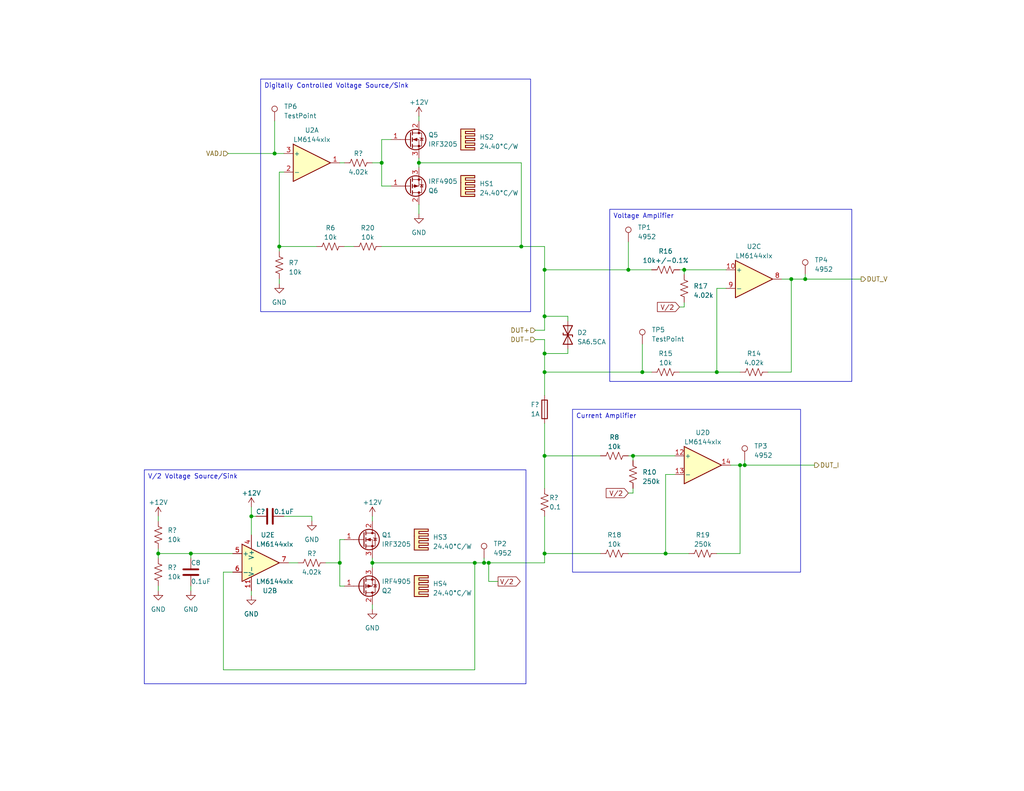
<source format=kicad_sch>
(kicad_sch (version 20230121) (generator eeschema)
  (paper "A")
  (title_block (title "Analog IV Variation") (date "2023-08-05") (rev "2") (comment 1 "Designed by Marek Newton"))
  (lib_symbols
    (symbol "Amplifier_Operational:LM6144xIx" (pin_names (offset 0.127))
      (property "Reference" "U" (at 0 5.08 0))
      (property "Value" "LM6144xIx" (at 0 -5.08 0))
      (symbol "LM6144xIx_1_1"
        (polyline (pts (xy -5.08 5.08) (xy 5.08 0) (xy -5.08 -5.08) (xy -5.08 5.08)) (stroke (width 0.254)) (fill (type background)))
        (pin output line (at 7.62 0 180) (length 2.54) (name "~") (number "1"))
        (pin input line (at -7.62 -2.54 0) (length 2.54) (name "-") (number "2"))
        (pin input line (at -7.62 2.54 0) (length 2.54) (name "+") (number "3"))
      )
      (symbol "LM6144xIx_2_1"
        (polyline (pts (xy -5.08 5.08) (xy 5.08 0) (xy -5.08 -5.08) (xy -5.08 5.08)) (stroke (width 0.254)) (fill (type background)))
        (pin input line (at -7.62 2.54 0) (length 2.54) (name "+") (number "5"))
        (pin input line (at -7.62 -2.54 0) (length 2.54) (name "-") (number "6"))
        (pin output line (at 7.62 0 180) (length 2.54) (name "~") (number "7"))
      )
      (symbol "LM6144xIx_3_1"
        (polyline (pts (xy -5.08 5.08) (xy 5.08 0) (xy -5.08 -5.08) (xy -5.08 5.08)) (stroke (width 0.254)) (fill (type background)))
        (pin input line (at -7.62 2.54 0) (length 2.54) (name "+") (number "10"))
        (pin output line (at 7.62 0 180) (length 2.54) (name "~") (number "8"))
        (pin input line (at -7.62 -2.54 0) (length 2.54) (name "-") (number "9"))
      )
      (symbol "LM6144xIx_4_1"
        (polyline (pts (xy -5.08 5.08) (xy 5.08 0) (xy -5.08 -5.08) (xy -5.08 5.08)) (stroke (width 0.254)) (fill (type background)))
        (pin input line (at -7.62 2.54 0) (length 2.54) (name "+") (number "12"))
        (pin input line (at -7.62 -2.54 0) (length 2.54) (name "-") (number "13"))
        (pin output line (at 7.62 0 180) (length 2.54) (name "~") (number "14"))
      )
      (symbol "LM6144xIx_5_1"
        (pin power_in line (at -2.54 -7.62 90) (length 3.81) (name "V-") (number "11"))
        (pin power_in line (at -2.54 7.62 270) (length 3.81) (name "V+") (number "4"))
      )
    )
    (symbol "Connector:TestPoint" (pin_numbers hide) (pin_names (offset 0.762) hide)
      (property "Reference" "TP" (at 0 6.858 0))
      (property "Value" "TestPoint" (at 0 5.08 0))
      (symbol "TestPoint_0_1"
        (circle (center 0 3.302) (radius 0.762))
      )
      (symbol "TestPoint_1_1"
        (pin passive line (at 0 0 90) (length 2.54) (name "1") (number "1"))
      )
    )
    (symbol "Device:C" (pin_numbers hide) (pin_names (offset 0.254))
      (property "Reference" "C" (at 0.635 2.54 0))
      (property "Value" "C" (at 0.635 -2.54 0))
      (symbol "C_0_1"
        (polyline (pts (xy -2.032 -0.762) (xy 2.032 -0.762)) (stroke (width 0.508)))
        (polyline (pts (xy -2.032 0.762) (xy 2.032 0.762)) (stroke (width 0.508)))
      )
      (symbol "C_1_1"
        (pin passive line (at 0 3.81 270) (length 2.794) (name "~") (number "1"))
        (pin passive line (at 0 -3.81 90) (length 2.794) (name "~") (number "2"))
      )
    )
    (symbol "Device:D_TVS" (pin_numbers hide) (pin_names (offset 1.016) hide)
      (property "Reference" "D" (at 0 2.54 0))
      (property "Value" "D_TVS" (at 0 -2.54 0))
      (symbol "D_TVS_0_1"
        (polyline (pts (xy 1.27 0) (xy -1.27 0)))
        (polyline (pts (xy 0.508 1.27) (xy 0 1.27) (xy 0 -1.27) (xy -0.508 -1.27)) (stroke (width 0.254)))
        (polyline (pts (xy -2.54 1.27) (xy -2.54 -1.27) (xy 2.54 1.27) (xy 2.54 -1.27) (xy -2.54 1.27)) (stroke (width 0.254)))
      )
      (symbol "D_TVS_1_1"
        (pin passive line (at -3.81 0 0) (length 2.54) (name "A1") (number "1"))
        (pin passive line (at 3.81 0 180) (length 2.54) (name "A2") (number "2"))
      )
    )
    (symbol "Device:Fuse" (pin_numbers hide) (pin_names (offset 0))
      (property "Reference" "F" (at 2.032 0 90))
      (property "Value" "Fuse" (at -1.905 0 90))
      (symbol "Fuse_0_1"
        (rectangle (start -0.762 -2.54) (end 0.762 2.54) (stroke (width 0.254)))
        (polyline (pts (xy 0 2.54) (xy 0 -2.54)))
      )
      (symbol "Fuse_1_1"
        (pin passive line (at 0 3.81 270) (length 1.27) (name "~") (number "1"))
        (pin passive line (at 0 -3.81 90) (length 1.27) (name "~") (number "2"))
      )
    )
    (symbol "Device:R_US" (pin_numbers hide) (pin_names (offset 0))
      (property "Reference" "R" (at 2.54 0 90))
      (property "Value" "R_US" (at -2.54 0 90))
      (symbol "R_US_0_1"
        (polyline (pts (xy 0 -2.286) (xy 0 -2.54)))
        (polyline (pts (xy 0 2.286) (xy 0 2.54)))
        (polyline (pts (xy 0 -0.762) (xy 1.016 -1.143) (xy 0 -1.524) (xy -1.016 -1.905) (xy 0 -2.286)))
        (polyline (pts (xy 0 0.762) (xy 1.016 0.381) (xy 0 0) (xy -1.016 -0.381) (xy 0 -0.762)))
        (polyline (pts (xy 0 2.286) (xy 1.016 1.905) (xy 0 1.524) (xy -1.016 1.143) (xy 0 0.762)))
      )
      (symbol "R_US_1_1"
        (pin passive line (at 0 3.81 270) (length 1.27) (name "~") (number "1"))
        (pin passive line (at 0 -3.81 90) (length 1.27) (name "~") (number "2"))
      )
    )
    (symbol "Mechanical:Heatsink" (pin_names (offset 1.016))
      (property "Reference" "HS" (at 0 5.08 0))
      (property "Value" "Heatsink" (at 0 -1.27 0))
      (symbol "Heatsink_0_1"
        (polyline (pts (xy -0.3302 1.27) (xy -0.9652 1.27) (xy -0.9652 3.81) (xy -1.6002 3.81) (xy -1.6002 1.27) (xy -2.2352 1.27) (xy -2.2352 3.81) (xy -2.8702 3.81) (xy -2.8702 0) (xy -0.9652 0)) (stroke (width 0.254)) (fill (type background)))
        (polyline (pts (xy -0.3302 1.27) (xy -0.3302 3.81) (xy 0.3048 3.81) (xy 0.3048 1.27) (xy 0.9398 1.27) (xy 0.9398 3.81) (xy 1.5748 3.81) (xy 1.5748 1.27) (xy 2.2098 1.27) (xy 2.2098 3.81) (xy 2.8448 3.81) (xy 2.8448 0) (xy -0.9652 0)) (stroke (width 0.254)) (fill (type background)))
      )
    )
    (symbol "Transistor_FET:IRF3205" (pin_names hide)
      (property "Reference" "Q" (at 6.35 1.905 0))
      (property "Value" "IRF3205" (at 6.35 0 0))
      (symbol "IRF3205_0_1"
        (polyline (pts (xy 0.254 0) (xy -2.54 0)))
        (polyline (pts (xy 0.254 1.905) (xy 0.254 -1.905)) (stroke (width 0.254)))
        (polyline (pts (xy 0.762 -1.27) (xy 0.762 -2.286)) (stroke (width 0.254)))
        (polyline (pts (xy 0.762 0.508) (xy 0.762 -0.508)) (stroke (width 0.254)))
        (polyline (pts (xy 0.762 2.286) (xy 0.762 1.27)) (stroke (width 0.254)))
        (polyline (pts (xy 2.54 2.54) (xy 2.54 1.778)))
        (polyline (pts (xy 2.54 -2.54) (xy 2.54 0) (xy 0.762 0)))
        (polyline (pts (xy 0.762 -1.778) (xy 3.302 -1.778) (xy 3.302 1.778) (xy 0.762 1.778)))
        (polyline (pts (xy 1.016 0) (xy 2.032 0.381) (xy 2.032 -0.381) (xy 1.016 0)) (fill (type outline)))
        (polyline (pts (xy 2.794 0.508) (xy 2.921 0.381) (xy 3.683 0.381) (xy 3.81 0.254)))
        (polyline (pts (xy 3.302 0.381) (xy 2.921 -0.254) (xy 3.683 -0.254) (xy 3.302 0.381)))
        (circle (center 1.651 0) (radius 2.794) (stroke (width 0.254)))
        (circle (center 2.54 -1.778) (radius 0.254) (fill (type outline)))
        (circle (center 2.54 1.778) (radius 0.254) (fill (type outline)))
      )
      (symbol "IRF3205_1_1"
        (pin input line (at -5.08 0 0) (length 2.54) (name "G") (number "1"))
        (pin passive line (at 2.54 5.08 270) (length 2.54) (name "D") (number "2"))
        (pin passive line (at 2.54 -5.08 90) (length 2.54) (name "S") (number "3"))
      )
    )
    (symbol "Transistor_FET:IRF4905" (pin_names hide)
      (property "Reference" "Q" (at 5.08 1.905 0))
      (property "Value" "IRF4905" (at 5.08 0 0))
      (symbol "IRF4905_0_1"
        (polyline (pts (xy 0.254 0) (xy -2.54 0)))
        (polyline (pts (xy 0.254 1.905) (xy 0.254 -1.905)) (stroke (width 0.254)))
        (polyline (pts (xy 0.762 -1.27) (xy 0.762 -2.286)) (stroke (width 0.254)))
        (polyline (pts (xy 0.762 0.508) (xy 0.762 -0.508)) (stroke (width 0.254)))
        (polyline (pts (xy 0.762 2.286) (xy 0.762 1.27)) (stroke (width 0.254)))
        (polyline (pts (xy 2.54 2.54) (xy 2.54 1.778)))
        (polyline (pts (xy 2.54 -2.54) (xy 2.54 0) (xy 0.762 0)))
        (polyline (pts (xy 0.762 1.778) (xy 3.302 1.778) (xy 3.302 -1.778) (xy 0.762 -1.778)))
        (polyline (pts (xy 2.286 0) (xy 1.27 0.381) (xy 1.27 -0.381) (xy 2.286 0)) (fill (type outline)))
        (polyline (pts (xy 2.794 -0.508) (xy 2.921 -0.381) (xy 3.683 -0.381) (xy 3.81 -0.254)))
        (polyline (pts (xy 3.302 -0.381) (xy 2.921 0.254) (xy 3.683 0.254) (xy 3.302 -0.381)))
        (circle (center 1.651 0) (radius 2.794) (stroke (width 0.254)))
        (circle (center 2.54 -1.778) (radius 0.254) (fill (type outline)))
        (circle (center 2.54 1.778) (radius 0.254) (fill (type outline)))
      )
      (symbol "IRF4905_1_1"
        (pin input line (at -5.08 0 0) (length 2.54) (name "G") (number "1"))
        (pin passive line (at 2.54 5.08 270) (length 2.54) (name "D") (number "2"))
        (pin passive line (at 2.54 -5.08 90) (length 2.54) (name "S") (number "3"))
      )
    )
    (symbol "power:+12V" (power) (pin_names (offset 0))
      (property "Value" "+12V" (at 0 3.556 0))
      (symbol "+12V_0_1"
        (polyline (pts (xy -0.762 1.27) (xy 0 2.54)))
        (polyline (pts (xy 0 0) (xy 0 2.54)))
        (polyline (pts (xy 0 2.54) (xy 0.762 1.27)))
      )
      (symbol "+12V_1_1"
        (pin power_in line (at 0 0 90) (length 0) hide (name "+12V") (number "1"))
      )
    )
    (symbol "power:GND" (power) (pin_names (offset 0))
      (property "Value" "GND" (at 0 -3.81 0))
      (symbol "GND_0_1"
        (polyline (pts (xy 0 0) (xy 0 -1.27) (xy 1.27 -1.27) (xy 0 -2.54) (xy -1.27 -1.27) (xy 0 -1.27)))
      )
      (symbol "GND_1_1"
        (pin power_in line (at 0 0 270) (length 0) hide (name "GND") (number "1"))
      )
    )
  )
  (junction (at 181.61 151.13))
  (junction (at 172.72 124.46))
  (junction (at 148.59 151.13))
  (junction (at 114.3 44.45))
  (junction (at 104.14 44.45))
  (junction (at 148.59 73.66))
  (junction (at 74.93 41.91))
  (junction (at 171.45 73.66))
  (junction (at 148.59 101.6))
  (junction (at 133.35 153.67))
  (junction (at 219.71 76.2))
  (junction (at 195.58 101.6))
  (junction (at 52.07 151.13))
  (junction (at 129.54 153.67))
  (junction (at 68.58 140.97))
  (junction (at 101.6 153.67))
  (junction (at 215.9 76.2))
  (junction (at 148.59 86.36))
  (junction (at 148.59 96.52))
  (junction (at 203.2 127))
  (junction (at 201.93 127))
  (junction (at 76.2 67.31))
  (junction (at 43.18 151.13))
  (junction (at 142.24 67.31))
  (junction (at 132.08 153.67))
  (junction (at 148.59 124.46))
  (junction (at 186.69 73.66))
  (junction (at 175.26 101.6))
  (junction (at 92.71 153.67))
  (wire (pts (xy 203.2 125.73) (xy 203.2 127)))
  (wire (pts (xy 146.05 90.17) (xy 148.59 90.17)))
  (wire (pts (xy 184.15 129.54) (xy 181.61 129.54)))
  (wire (pts (xy 68.58 161.29) (xy 68.58 162.56)))
  (wire (pts (xy 148.59 101.6) (xy 175.26 101.6)))
  (wire (pts (xy 181.61 129.54) (xy 181.61 151.13)))
  (wire (pts (xy 93.98 67.31) (xy 96.52 67.31)))
  (wire (pts (xy 185.42 101.6) (xy 195.58 101.6)))
  (wire (pts (xy 142.24 67.31) (xy 148.59 67.31)))
  (wire (pts (xy 43.18 140.97) (xy 43.18 142.24)))
  (wire (pts (xy 76.2 46.99) (xy 76.2 67.31)))
  (wire (pts (xy 101.6 153.67) (xy 129.54 153.67)))
  (wire (pts (xy 148.59 86.36) (xy 148.59 90.17)))
  (wire (pts (xy 181.61 151.13) (xy 187.96 151.13)))
  (wire (pts (xy 114.3 55.88) (xy 114.3 58.42)))
  (wire (pts (xy 201.93 127) (xy 203.2 127)))
  (wire (pts (xy 171.45 151.13) (xy 181.61 151.13)))
  (wire (pts (xy 76.2 76.2) (xy 76.2 77.47)))
  (wire (pts (xy 129.54 153.67) (xy 129.54 182.88)))
  (wire (pts (xy 215.9 76.2) (xy 219.71 76.2)))
  (wire (pts (xy 43.18 160.02) (xy 43.18 161.29)))
  (wire (pts (xy 148.59 101.6) (xy 148.59 107.95)))
  (wire (pts (xy 114.3 44.45) (xy 114.3 45.72)))
  (wire (pts (xy 148.59 86.36) (xy 154.94 86.36)))
  (wire (pts (xy 219.71 76.2) (xy 234.95 76.2)))
  (wire (pts (xy 171.45 73.66) (xy 177.8 73.66)))
  (wire (pts (xy 92.71 147.32) (xy 93.98 147.32)))
  (wire (pts (xy 175.26 101.6) (xy 177.8 101.6)))
  (wire (pts (xy 104.14 38.1) (xy 104.14 44.45)))
  (wire (pts (xy 186.69 73.66) (xy 186.69 74.93)))
  (wire (pts (xy 148.59 92.71) (xy 148.59 96.52)))
  (wire (pts (xy 133.35 153.67) (xy 148.59 153.67)))
  (wire (pts (xy 62.23 41.91) (xy 74.93 41.91)))
  (wire (pts (xy 101.6 165.1) (xy 101.6 166.37)))
  (wire (pts (xy 198.12 78.74) (xy 195.58 78.74)))
  (wire (pts (xy 222.25 127) (xy 203.2 127)))
  (wire (pts (xy 129.54 153.67) (xy 132.08 153.67)))
  (wire (pts (xy 148.59 140.97) (xy 148.59 151.13)))
  (wire (pts (xy 215.9 101.6) (xy 215.9 76.2)))
  (wire (pts (xy 68.58 140.97) (xy 68.58 146.05)))
  (wire (pts (xy 60.96 182.88) (xy 129.54 182.88)))
  (wire (pts (xy 148.59 73.66) (xy 171.45 73.66)))
  (wire (pts (xy 101.6 44.45) (xy 104.14 44.45)))
  (wire (pts (xy 171.45 124.46) (xy 172.72 124.46)))
  (wire (pts (xy 104.14 67.31) (xy 142.24 67.31)))
  (wire (pts (xy 93.98 160.02) (xy 92.71 160.02)))
  (wire (pts (xy 201.93 127) (xy 201.93 151.13)))
  (wire (pts (xy 92.71 153.67) (xy 92.71 160.02)))
  (wire (pts (xy 209.55 101.6) (xy 215.9 101.6)))
  (wire (pts (xy 154.94 95.25) (xy 154.94 96.52)))
  (wire (pts (xy 68.58 138.43) (xy 68.58 140.97)))
  (wire (pts (xy 101.6 153.67) (xy 101.6 154.94)))
  (wire (pts (xy 85.09 142.24) (xy 85.09 140.97)))
  (wire (pts (xy 199.39 127) (xy 201.93 127)))
  (wire (pts (xy 185.42 73.66) (xy 186.69 73.66)))
  (wire (pts (xy 195.58 151.13) (xy 201.93 151.13)))
  (wire (pts (xy 185.42 83.82) (xy 186.69 83.82)))
  (wire (pts (xy 215.9 76.2) (xy 213.36 76.2)))
  (wire (pts (xy 76.2 67.31) (xy 86.36 67.31)))
  (wire (pts (xy 171.45 134.62) (xy 172.72 134.62)))
  (wire (pts (xy 219.71 74.93) (xy 219.71 76.2)))
  (wire (pts (xy 148.59 96.52) (xy 154.94 96.52)))
  (wire (pts (xy 60.96 156.21) (xy 60.96 182.88)))
  (wire (pts (xy 101.6 140.97) (xy 101.6 142.24)))
  (wire (pts (xy 92.71 44.45) (xy 93.98 44.45)))
  (wire (pts (xy 63.5 156.21) (xy 60.96 156.21)))
  (wire (pts (xy 114.3 44.45) (xy 142.24 44.45)))
  (wire (pts (xy 148.59 124.46) (xy 148.59 133.35)))
  (wire (pts (xy 148.59 151.13) (xy 163.83 151.13)))
  (wire (pts (xy 78.74 153.67) (xy 81.28 153.67)))
  (wire (pts (xy 114.3 43.18) (xy 114.3 44.45)))
  (wire (pts (xy 148.59 73.66) (xy 148.59 86.36)))
  (wire (pts (xy 74.93 41.91) (xy 77.47 41.91)))
  (wire (pts (xy 148.59 115.57) (xy 148.59 124.46)))
  (wire (pts (xy 85.09 140.97) (xy 77.47 140.97)))
  (wire (pts (xy 43.18 151.13) (xy 43.18 152.4)))
  (wire (pts (xy 195.58 101.6) (xy 201.93 101.6)))
  (wire (pts (xy 114.3 31.75) (xy 114.3 33.02)))
  (wire (pts (xy 88.9 153.67) (xy 92.71 153.67)))
  (wire (pts (xy 186.69 73.66) (xy 198.12 73.66)))
  (wire (pts (xy 52.07 160.02) (xy 52.07 161.29)))
  (wire (pts (xy 52.07 151.13) (xy 52.07 152.4)))
  (wire (pts (xy 146.05 92.71) (xy 148.59 92.71)))
  (wire (pts (xy 104.14 38.1) (xy 106.68 38.1)))
  (wire (pts (xy 142.24 44.45) (xy 142.24 67.31)))
  (wire (pts (xy 172.72 124.46) (xy 184.15 124.46)))
  (wire (pts (xy 43.18 149.86) (xy 43.18 151.13)))
  (wire (pts (xy 148.59 96.52) (xy 148.59 101.6)))
  (wire (pts (xy 133.35 158.75) (xy 133.35 153.67)))
  (wire (pts (xy 172.72 133.35) (xy 172.72 134.62)))
  (wire (pts (xy 76.2 46.99) (xy 77.47 46.99)))
  (wire (pts (xy 52.07 151.13) (xy 63.5 151.13)))
  (wire (pts (xy 148.59 67.31) (xy 148.59 73.66)))
  (wire (pts (xy 186.69 82.55) (xy 186.69 83.82)))
  (wire (pts (xy 195.58 78.74) (xy 195.58 101.6)))
  (wire (pts (xy 74.93 33.02) (xy 74.93 41.91)))
  (wire (pts (xy 172.72 124.46) (xy 172.72 125.73)))
  (wire (pts (xy 92.71 147.32) (xy 92.71 153.67)))
  (wire (pts (xy 148.59 153.67) (xy 148.59 151.13)))
  (wire (pts (xy 104.14 44.45) (xy 104.14 50.8)))
  (wire (pts (xy 43.18 151.13) (xy 52.07 151.13)))
  (wire (pts (xy 69.85 140.97) (xy 68.58 140.97)))
  (wire (pts (xy 76.2 67.31) (xy 76.2 68.58)))
  (wire (pts (xy 106.68 50.8) (xy 104.14 50.8)))
  (wire (pts (xy 163.83 124.46) (xy 148.59 124.46)))
  (wire (pts (xy 132.08 152.4) (xy 132.08 153.67)))
  (wire (pts (xy 175.26 93.98) (xy 175.26 101.6)))
  (wire (pts (xy 135.89 158.75) (xy 133.35 158.75)))
  (wire (pts (xy 133.35 153.67) (xy 132.08 153.67)))
  (wire (pts (xy 154.94 87.63) (xy 154.94 86.36)))
  (wire (pts (xy 101.6 152.4) (xy 101.6 153.67)))
  (wire (pts (xy 171.45 66.04) (xy 171.45 73.66)))
  (text_box "Voltage Amplifier" (at 166.37 57.15 0) (size 66.04 46.99) (effects (font (size 1.27 1.27)) (justify left top)))
  (text_box "Digitally Controlled Voltage Source/Sink" (at 71.12 21.59 0) (size 73.66 63.5) (effects (font (size 1.27 1.27)) (justify left top)))
  (text_box "V/2 Voltage Source/Sink" (at 39.37 128.27 0) (size 104.14 58.42) (effects (font (size 1.27 1.27)) (justify left top)))
  (text_box "Current Amplifier" (at 156.21 111.76 0) (size 62.23 44.45) (effects (font (size 1.27 1.27)) (justify left top)))
  (global_label "V{slash}2" (shape input) (at 171.45 134.62 180) (property "Intersheetrefs" "${INTERSHEET_REFS}" (effects hide)))
  (global_label "V{slash}2" (shape input) (at 185.42 83.82 180) (property "Intersheetrefs" "${INTERSHEET_REFS}" (effects hide)))
  (global_label "V{slash}2" (shape output) (at 135.89 158.75 0) (property "Intersheetrefs" "${INTERSHEET_REFS}" (effects hide)))
  (hierarchical_label "VADJ" (shape input) (at 62.23 41.91 180))
  (hierarchical_label "DUT-" (shape input) (at 146.05 92.71 180))
  (hierarchical_label "DUT+" (shape input) (at 146.05 90.17 180))
  (hierarchical_label "DUT_I" (shape output) (at 222.25 127 0))
  (hierarchical_label "DUT_V" (shape output) (at 234.95 76.2 0))
  (symbol (lib_id "power:GND") (at 52.07 161.29 0) (mirror y) (unit 1)
    (property "Reference" "#PWR?" (effects hide))
    (property "Value" "GND" (at 52.07 166.37 0))
    (instances (project "USB_curve_tracer" (path "" (reference "#PWR?") (unit 1)) (path "" (reference "#PWR037") (unit 1))))
  )
  (symbol (lib_id "Device:R_US") (at 172.72 129.54 0) (unit 1)
    (property "Reference" "R10" (at 175.26 128.905 0) (effects (justify left)))
    (property "Value" "250k" (at 175.26 131.445 0) (effects (justify left)))
    (property "Footprint" "Resistor_THT:R_Axial_DIN0207_L6.3mm_D2.5mm_P7.62mm_Horizontal" (effects hide))
  )
  (symbol (lib_id "Amplifier_Operational:LM6144xIx") (at 191.77 127 0) (unit 4)
    (property "Reference" "U2" (at 191.77 118.11 0))
    (property "Value" "LM6144xIx" (at 191.77 120.65 0))
    (property "Footprint" "Package_DIP:DIP-14_W7.62mm" (effects hide))
    (property "Datasheet" "https://www.ti.com/lit/ds/symlink/lm6142.pdf" (effects hide))
  )
  (symbol (lib_id "Device:C") (at 52.07 156.21 0) (unit 1)
    (property "Reference" "C8" (at 52.07 153.67 0) (effects (justify left)))
    (property "Value" "0.1uF" (at 52.07 158.75 0) (effects (justify left)))
    (property "Footprint" "Capacitor_THT:C_Disc_D6.0mm_W2.5mm_P5.00mm" (effects hide))
  )
  (symbol (lib_id "Mechanical:Heatsink") (at 125.73 50.8 270) (unit 1) (on_board no)
    (property "Reference" "HS1" (at 130.81 50.1523 90) (effects (justify left)))
    (property "Value" "24.40°C/W" (at 130.81 52.6923 90) (effects (justify left)))
  )
  (symbol (lib_id "Amplifier_Operational:LM6144xIx") (at 85.09 44.45 0) (unit 1)
    (property "Reference" "U2" (at 85.09 35.56 0))
    (property "Value" "LM6144xIx" (at 85.09 38.1 0))
    (property "Footprint" "Package_DIP:DIP-14_W7.62mm" (effects hide))
    (property "Datasheet" "https://www.ti.com/lit/ds/symlink/lm6142.pdf" (effects hide))
  )
  (symbol (lib_id "Amplifier_Operational:LM6144xIx") (at 71.12 153.67 0) (unit 5)
    (property "Reference" "U2" (at 71.12 146.05 0) (effects (justify left)))
    (property "Value" "LM6144xIx" (at 69.85 148.59 0) (effects (justify left)))
    (property "Footprint" "Package_DIP:DIP-14_W7.62mm" (effects hide))
    (property "Datasheet" "https://www.ti.com/lit/ds/symlink/lm6142.pdf" (effects hide))
  )
  (symbol (lib_id "Device:Fuse") (at 148.59 111.76 0) (unit 1)
    (property "Reference" "F?" (at 144.78 110.49 0) (effects (justify left)))
    (property "Value" "1A" (at 144.78 113.03 0) (effects (justify left)))
    (property "Footprint" "Fuse:Fuse_1206_3216Metric_Pad1.42x1.75mm_HandSolder" (effects hide))
    (instances (project "USB_curve_tracer" (path "" (reference "F?") (unit 1)) (path "" (reference "F2") (unit 1))))
  )
  (symbol (lib_id "Connector:TestPoint") (at 171.45 66.04 0) (unit 1)
    (property "Reference" "TP1" (at 173.99 62.103 0) (effects (justify left)))
    (property "Value" "4952" (at 173.99 64.643 0) (effects (justify left)))
    (property "Footprint" "TestPoint:TestPoint_THTPad_D2.5mm_Drill1.2mm" (effects hide))
  )
  (symbol (lib_id "Device:R_US") (at 90.17 67.31 90) (unit 1)
    (property "Reference" "R6" (at 90.17 62.23 90))
    (property "Value" "10k" (at 90.17 64.77 90))
    (property "Footprint" "Resistor_THT:R_Axial_DIN0207_L6.3mm_D2.5mm_P7.62mm_Horizontal" (effects hide))
  )
  (symbol (lib_id "power:+12V") (at 68.58 138.43 0) (unit 1)
    (property "Reference" "#PWR018" (effects hide))
    (property "Value" "+12V" (at 68.58 134.62 0))
  )
  (symbol (lib_id "Transistor_FET:IRF4905") (at 111.76 50.8 0) (mirror x) (unit 1)
    (property "Reference" "Q6" (at 116.84 52.07 0) (effects (justify left)))
    (property "Value" "IRF4905" (at 116.84 49.53 0) (effects (justify left)))
    (property "Footprint" "Package_TO_SOT_THT:TO-220-3_Vertical" (effects hide))
    (property "Datasheet" "http://www.infineon.com/dgdl/irf4905.pdf?fileId=5546d462533600a4015355e32165197c" (effects hide))
  )
  (symbol (lib_id "Device:R_US") (at 167.64 124.46 90) (unit 1)
    (property "Reference" "R8" (at 167.64 119.38 90))
    (property "Value" "10k" (at 167.64 121.92 90))
    (property "Footprint" "Resistor_THT:R_Axial_DIN0207_L6.3mm_D2.5mm_P7.62mm_Horizontal" (effects hide))
  )
  (symbol (lib_id "power:GND") (at 68.58 162.56 0) (mirror y) (unit 1)
    (property "Reference" "#PWR?" (effects hide))
    (property "Value" "GND" (at 68.58 167.64 0))
    (instances (project "USB_curve_tracer" (path "" (reference "#PWR?") (unit 1)) (path "" (reference "#PWR020") (unit 1))))
  )
  (symbol (lib_id "Device:R_US") (at 43.18 146.05 0) (unit 1)
    (property "Reference" "R?" (at 45.72 144.7799 0) (effects (justify left)))
    (property "Value" "10k" (at 45.72 147.3199 0) (effects (justify left)))
    (property "Footprint" "Resistor_THT:R_Axial_DIN0207_L6.3mm_D2.5mm_P7.62mm_Horizontal" (effects hide))
    (instances (project "USB_curve_tracer" (path "" (reference "R?") (unit 1)) (path "" (reference "R2") (unit 1))))
  )
  (symbol (lib_id "Device:R_US") (at 181.61 101.6 90) (unit 1)
    (property "Reference" "R15" (at 181.61 96.52 90))
    (property "Value" "10k" (at 181.61 99.06 90))
    (property "Footprint" "Resistor_THT:R_Axial_DIN0207_L6.3mm_D2.5mm_P7.62mm_Horizontal" (effects hide))
  )
  (symbol (lib_id "Device:R_US") (at 43.18 156.21 0) (unit 1)
    (property "Reference" "R?" (at 45.72 154.9399 0) (effects (justify left)))
    (property "Value" "10k" (at 45.72 157.4799 0) (effects (justify left)))
    (property "Footprint" "Resistor_THT:R_Axial_DIN0207_L6.3mm_D2.5mm_P7.62mm_Horizontal" (effects hide))
    (instances (project "USB_curve_tracer" (path "" (reference "R?") (unit 1)) (path "" (reference "R3") (unit 1))))
  )
  (symbol (lib_id "Transistor_FET:IRF4905") (at 99.06 160.02 0) (mirror x) (unit 1)
    (property "Reference" "Q2" (at 104.14 161.29 0) (effects (justify left)))
    (property "Value" "IRF4905" (at 104.14 158.75 0) (effects (justify left)))
    (property "Footprint" "Package_TO_SOT_THT:TO-220-3_Vertical" (effects hide))
    (property "Datasheet" "http://www.infineon.com/dgdl/irf4905.pdf?fileId=5546d462533600a4015355e32165197c" (effects hide))
  )
  (symbol (lib_id "Device:R_US") (at 97.79 44.45 90) (unit 1)
    (property "Reference" "R?" (at 97.79 41.91 90))
    (property "Value" "4.02k" (at 97.79 46.99 90))
    (property "Footprint" "Resistor_THT:R_Axial_DIN0207_L6.3mm_D2.5mm_P7.62mm_Horizontal" (effects hide))
    (instances (project "USB_curve_tracer" (path "" (reference "R?") (unit 1)) (path "" (reference "R9") (unit 1))))
  )
  (symbol (lib_id "Amplifier_Operational:LM6144xIx") (at 71.12 153.67 0) (unit 2)
    (property "Reference" "U2" (at 73.66 161.29 0))
    (property "Value" "LM6144xIx" (at 74.93 158.75 0))
    (property "Footprint" "Package_DIP:DIP-14_W7.62mm" (effects hide))
    (property "Datasheet" "https://www.ti.com/lit/ds/symlink/lm6142.pdf" (effects hide))
  )
  (symbol (lib_id "Transistor_FET:IRF3205") (at 111.76 38.1 0) (unit 1)
    (property "Reference" "Q5" (at 116.84 36.83 0) (effects (justify left)))
    (property "Value" "IRF3205" (at 116.84 39.37 0) (effects (justify left)))
    (property "Footprint" "Package_TO_SOT_THT:TO-220-3_Vertical" (effects hide))
    (property "Datasheet" "http://www.irf.com/product-info/datasheets/data/irf3205.pdf" (effects hide))
  )
  (symbol (lib_id "power:GND") (at 43.18 161.29 0) (mirror y) (unit 1)
    (property "Reference" "#PWR?" (effects hide))
    (property "Value" "GND" (at 43.18 166.37 0))
    (instances (project "USB_curve_tracer" (path "" (reference "#PWR?") (unit 1)) (path "" (reference "#PWR04") (unit 1))))
  )
  (symbol (lib_id "power:GND") (at 76.2 77.47 0) (mirror y) (unit 1)
    (property "Reference" "#PWR?" (effects hide))
    (property "Value" "GND" (at 76.2 82.55 0))
    (instances (project "USB_curve_tracer" (path "" (reference "#PWR?") (unit 1)) (path "" (reference "#PWR015") (unit 1))))
  )
  (symbol (lib_id "Device:R_US") (at 167.64 151.13 90) (unit 1)
    (property "Reference" "R18" (at 167.64 146.05 90))
    (property "Value" "10k" (at 167.64 148.59 90))
    (property "Footprint" "Resistor_THT:R_Axial_DIN0207_L6.3mm_D2.5mm_P7.62mm_Horizontal" (effects hide))
  )
  (symbol (lib_id "Device:R_US") (at 148.59 137.16 0) (unit 1)
    (property "Reference" "R?" (at 149.86 135.8899 0) (effects (justify left)))
    (property "Value" "0.1" (at 149.86 138.4299 0) (effects (justify left)))
    (property "Footprint" "Resistor_THT:R_Axial_DIN0207_L6.3mm_D2.5mm_P7.62mm_Horizontal" (effects hide))
    (instances (project "USB_curve_tracer" (path "" (reference "R?") (unit 1)) (path "" (reference "R13") (unit 1))))
  )
  (symbol (lib_id "Device:R_US") (at 85.09 153.67 90) (unit 1)
    (property "Reference" "R?" (at 85.09 151.13 90))
    (property "Value" "4.02k" (at 85.09 156.21 90))
    (property "Footprint" "Resistor_THT:R_Axial_DIN0207_L6.3mm_D2.5mm_P7.62mm_Horizontal" (effects hide))
    (instances (project "USB_curve_tracer" (path "" (reference "R?") (unit 1)) (path "" (reference "R4") (unit 1))))
  )
  (symbol (lib_id "Connector:TestPoint") (at 203.2 125.73 0) (unit 1)
    (property "Reference" "TP3" (at 205.74 121.793 0) (effects (justify left)))
    (property "Value" "4952" (at 205.74 124.333 0) (effects (justify left)))
    (property "Footprint" "TestPoint:TestPoint_THTPad_D2.5mm_Drill1.2mm" (effects hide))
  )
  (symbol (lib_id "power:GND") (at 85.09 142.24 0) (mirror y) (unit 1)
    (property "Reference" "#PWR?" (effects hide))
    (property "Value" "GND" (at 85.09 147.32 0))
    (instances (project "USB_curve_tracer" (path "" (reference "#PWR?") (unit 1)) (path "" (reference "#PWR022") (unit 1))))
  )
  (symbol (lib_id "Amplifier_Operational:LM6144xIx") (at 205.74 76.2 0) (unit 3)
    (property "Reference" "U2" (at 205.74 67.31 0))
    (property "Value" "LM6144xIx" (at 205.74 69.85 0))
    (property "Footprint" "Package_DIP:DIP-14_W7.62mm" (effects hide))
    (property "Datasheet" "https://www.ti.com/lit/ds/symlink/lm6142.pdf" (effects hide))
  )
  (symbol (lib_id "Device:R_US") (at 205.74 101.6 90) (unit 1)
    (property "Reference" "R14" (at 205.74 96.52 90))
    (property "Value" "4.02k" (at 205.74 99.06 90))
    (property "Footprint" "Resistor_THT:R_Axial_DIN0207_L6.3mm_D2.5mm_P7.62mm_Horizontal" (effects hide))
  )
  (symbol (lib_id "Device:R_US") (at 191.77 151.13 90) (unit 1)
    (property "Reference" "R19" (at 191.77 146.05 90))
    (property "Value" "250k" (at 191.77 148.59 90))
    (property "Footprint" "Resistor_THT:R_Axial_DIN0207_L6.3mm_D2.5mm_P7.62mm_Horizontal" (effects hide))
  )
  (symbol (lib_id "Device:R_US") (at 181.61 73.66 90) (unit 1)
    (property "Reference" "R16" (at 181.61 68.58 90))
    (property "Value" "10k+/-0.1%" (at 181.61 71.12 90))
    (property "Footprint" "Resistor_THT:R_Axial_DIN0207_L6.3mm_D2.5mm_P7.62mm_Horizontal" (effects hide))
  )
  (symbol (lib_id "power:+12V") (at 114.3 31.75 0) (unit 1)
    (property "Reference" "#PWR019" (effects hide))
    (property "Value" "+12V" (at 114.3 27.94 0))
  )
  (symbol (lib_id "Connector:TestPoint") (at 74.93 33.02 0) (unit 1)
    (property "Reference" "TP6" (at 77.47 29.083 0) (effects (justify left)))
    (property "Value" "TestPoint" (at 77.47 31.623 0) (effects (justify left)))
    (property "Footprint" "TestPoint:TestPoint_THTPad_D2.5mm_Drill1.2mm" (effects hide))
  )
  (symbol (lib_id "Connector:TestPoint") (at 219.71 74.93 0) (unit 1)
    (property "Reference" "TP4" (at 222.25 70.993 0) (effects (justify left)))
    (property "Value" "4952" (at 222.25 73.533 0) (effects (justify left)))
    (property "Footprint" "TestPoint:TestPoint_THTPad_D2.5mm_Drill1.2mm" (effects hide))
  )
  (symbol (lib_id "Connector:TestPoint") (at 175.26 93.98 0) (unit 1)
    (property "Reference" "TP5" (at 177.8 90.043 0) (effects (justify left)))
    (property "Value" "TestPoint" (at 177.8 92.583 0) (effects (justify left)))
    (property "Footprint" "TestPoint:TestPoint_THTPad_D2.5mm_Drill1.2mm" (effects hide))
  )
  (symbol (lib_id "Transistor_FET:IRF3205") (at 99.06 147.32 0) (unit 1)
    (property "Reference" "Q1" (at 104.14 146.05 0) (effects (justify left)))
    (property "Value" "IRF3205" (at 104.14 148.59 0) (effects (justify left)))
    (property "Footprint" "Package_TO_SOT_THT:TO-220-3_Vertical" (effects hide))
    (property "Datasheet" "http://www.irf.com/product-info/datasheets/data/irf3205.pdf" (effects hide))
  )
  (symbol (lib_id "Device:D_TVS") (at 154.94 91.44 90) (unit 1)
    (property "Reference" "D2" (at 157.48 90.805 90) (effects (justify right)))
    (property "Value" "SA6.5CA" (at 157.48 93.345 90) (effects (justify right)))
    (property "Footprint" "Diode_THT:D_DO-15_P10.16mm_Horizontal" (effects hide))
  )
  (symbol (lib_id "Device:R_US") (at 186.69 78.74 0) (unit 1)
    (property "Reference" "R17" (at 189.23 78.105 0) (effects (justify left)))
    (property "Value" "4.02k" (at 189.23 80.645 0) (effects (justify left)))
    (property "Footprint" "Resistor_THT:R_Axial_DIN0207_L6.3mm_D2.5mm_P7.62mm_Horizontal" (effects hide))
  )
  (symbol (lib_id "Device:C") (at 73.66 140.97 90) (unit 1)
    (property "Reference" "C?" (at 71.12 139.7 90))
    (property "Value" "0.1uF" (at 77.47 139.7 90))
    (property "Footprint" "Capacitor_THT:C_Disc_D6.0mm_W2.5mm_P5.00mm" (effects hide))
    (instances (project "USB_curve_tracer" (path "" (reference "C?") (unit 1)) (path "" (reference "C4") (unit 1))))
  )
  (symbol (lib_id "Device:R_US") (at 76.2 72.39 0) (unit 1)
    (property "Reference" "R7" (at 78.74 71.755 0) (effects (justify left)))
    (property "Value" "10k" (at 78.74 74.295 0) (effects (justify left)))
    (property "Footprint" "Resistor_THT:R_Axial_DIN0207_L6.3mm_D2.5mm_P7.62mm_Horizontal" (effects hide))
  )
  (symbol (lib_id "Mechanical:Heatsink") (at 125.73 38.1 270) (unit 1) (on_board no)
    (property "Reference" "HS2" (at 130.81 37.4523 90) (effects (justify left)))
    (property "Value" "24.40°C/W" (at 130.81 39.9923 90) (effects (justify left)))
  )
  (symbol (lib_id "power:GND") (at 101.6 166.37 0) (mirror y) (unit 1)
    (property "Reference" "#PWR?" (effects hide))
    (property "Value" "GND" (at 101.6 171.45 0))
    (instances (project "USB_curve_tracer" (path "" (reference "#PWR?") (unit 1)) (path "" (reference "#PWR027") (unit 1))))
  )
  (symbol (lib_id "Connector:TestPoint") (at 132.08 152.4 0) (unit 1)
    (property "Reference" "TP2" (at 134.62 148.463 0) (effects (justify left)))
    (property "Value" "4952" (at 134.62 151.003 0) (effects (justify left)))
    (property "Footprint" "TestPoint:TestPoint_THTPad_D2.5mm_Drill1.2mm" (effects hide))
  )
  (symbol (lib_id "power:GND") (at 114.3 58.42 0) (mirror y) (unit 1)
    (property "Reference" "#PWR?" (effects hide))
    (property "Value" "GND" (at 114.3 63.5 0))
    (instances (project "USB_curve_tracer" (path "" (reference "#PWR?") (unit 1)) (path "" (reference "#PWR029") (unit 1))))
  )
  (symbol (lib_id "power:+12V") (at 101.6 140.97 0) (unit 1)
    (property "Reference" "#PWR021" (effects hide))
    (property "Value" "+12V" (at 101.6 137.16 0))
  )
  (symbol (lib_id "Mechanical:Heatsink") (at 113.03 160.02 270) (unit 1) (on_board no)
    (property "Reference" "HS4" (at 118.11 159.3723 90) (effects (justify left)))
    (property "Value" "24.40°C/W" (at 118.11 161.9123 90) (effects (justify left)))
  )
  (symbol (lib_id "Device:R_US") (at 100.33 67.31 90) (unit 1)
    (property "Reference" "R20" (at 100.33 62.23 90))
    (property "Value" "10k" (at 100.33 64.77 90))
    (property "Footprint" "Resistor_THT:R_Axial_DIN0207_L6.3mm_D2.5mm_P7.62mm_Horizontal" (effects hide))
  )
  (symbol (lib_id "Mechanical:Heatsink") (at 113.03 147.32 270) (unit 1) (on_board no)
    (property "Reference" "HS3" (at 118.11 146.6723 90) (effects (justify left)))
    (property "Value" "24.40°C/W" (at 118.11 149.2123 90) (effects (justify left)))
  )
  (symbol (lib_id "power:+12V") (at 43.18 140.97 0) (unit 1)
    (property "Reference" "#PWR03" (effects hide))
    (property "Value" "+12V" (at 43.18 137.16 0))
  )
)
</source>
